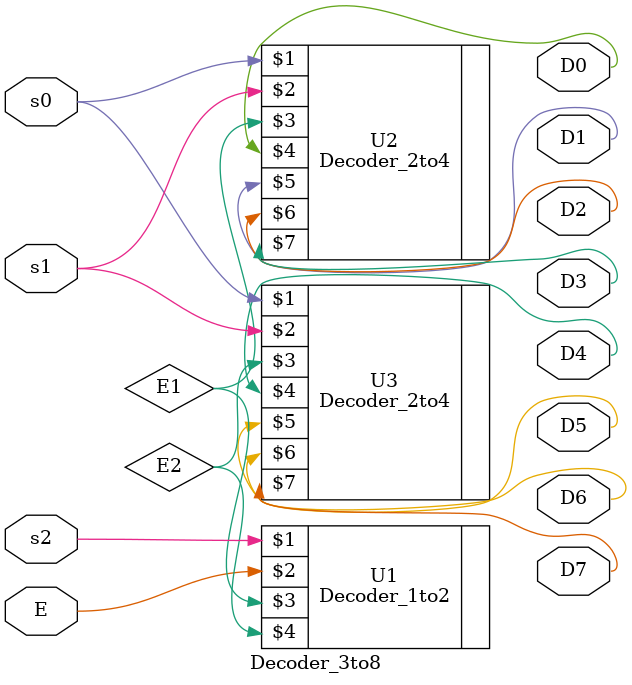
<source format=v>
module Decoder_3to8( s0 , s1, s2,E, D0,D1, D2 , D3, D4,D5,D6,D7);

input s0 , s1, s2,E;
output D0,D1, D2 , D3, D4,D5,D6,D7;
wire E1,E2;
//reg D0,D1, D2 , D3, D4,D5,D6,D7;

Decoder_1to2 U1 (s2,E,E1,E2);
Decoder_2to4 U2 (s0,s1,E1,D0,D1,D2,D3);
Decoder_2to4 U3 (s0,s1,E2,D4,D5,D6,D7);

//always @(E) begin


//if(E==0) begin
//D0=0;
//D1=0;
//D2=0;
//D3=0;
//D4=0;
//D5=0;
//D6=0;
//D7=0;
//end

//end

endmodule




</source>
